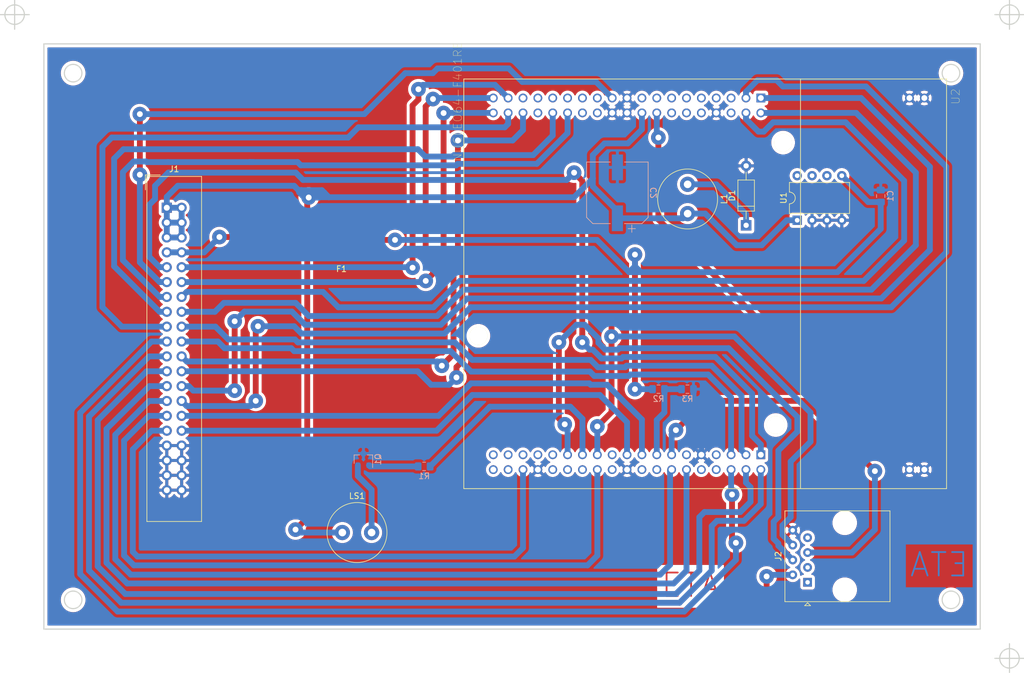
<source format=kicad_pcb>
(kicad_pcb (version 20171130) (host pcbnew 5.1.0)
  (title_block (title mcu-kort) (date 2019-04-24) (company ETA))
  (layers (0 F.Cu signal) (31 B.Cu signal) (34 B.Paste user) (35 F.Paste user) (36 B.SilkS user) (37 F.SilkS user) (38 B.Mask user) (39 F.Mask user) (44 Edge.Cuts user))
  (net 0 "")
  (net 1 /BAT+)
  (net 2 GND)
  (net 3 +5V)
  (net 4 "Net-(D1-Pad1)")
  (net 5 /RPWM_1)
  (net 6 /L_IS_3)
  (net 7 /LPWM_1)
  (net 8 /R_IS_3)
  (net 9 /R_EN_1)
  (net 10 /L_EN_3)
  (net 11 /L_EN_1)
  (net 12 /R_EN_3)
  (net 13 /R_IS_1)
  (net 14 /LPWM_3)
  (net 15 /L_IS_1)
  (net 16 /RPWM_3)
  (net 17 /RPWM_2)
  (net 18 /L_IS_4)
  (net 19 /LPWM_2)
  (net 20 /R_IS_4)
  (net 21 /R_EN_2)
  (net 22 /L_EN_4)
  (net 23 /L_EN_2)
  (net 24 /R_EN_4)
  (net 25 /R_IS_2)
  (net 26 /LPWM_4)
  (net 27 /L_IS_2)
  (net 28 /RPWM_4)
  (net 29 "Net-(LS1-Pad2)")
  (net 30 "Net-(Q1-Pad1)")
  (net 31 /Piezo)
  (net 32 /B_Vread)
  (net 33 /Device_detect)
  (net 34 /I2C3_SCL)
  (net 35 /I2C3_SDA)
  (net 36 +3V3)
  (net 37 +BATT)
  (module nucleo-f401re:MODULE_NUCLEO-F401RE.pretty (layer F.Cu) (at 173 71 270)
    (fp_text reference U2 (at -32.004 -42.799 270) (layer F.SilkS) (effects (font (size 1.4 1.4) (thickness 0.05))))
    (fp_text value NUCLEO64-F401RE (at -31.115 42.291 270) (layer F.SilkS) (effects (font (size 1.4 1.4) (thickness 0.05))))
    (pad 5 thru_hole circle (at -31.75 -4.43 270) (size 1.508 1.508) (drill 1) (layers *.Cu *.Mask))
    (pad 3 thru_hole circle (at -31.75 -6.97 270) (size 1.508 1.508) (drill 1) (layers *.Cu *.Mask) (net 24 /R_EN_4))
    (pad 6 thru_hole circle (at -29.21 -4.43 270) (size 1.508 1.508) (drill 1) (layers *.Cu *.Mask))
    (pad 4 thru_hole circle (at -29.21 -6.97 270) (size 1.508 1.508) (drill 1) (layers *.Cu *.Mask) (net 10 /L_EN_3))
    (pad 41 thru_hole circle (at 29.21 -6.97 270) (size 1.508 1.508) (drill 1) (layers *.Cu *.Mask) (net 14 /LPWM_3))
    (pad 42 thru_hole circle (at 31.75 -6.97 270) (size 1.508 1.508) (drill 1) (layers *.Cu *.Mask) (net 19 /LPWM_2))
    (pad 1 thru_hole rect (at -31.75 -9.51 270) (size 1.508 1.508) (drill 1) (layers *.Cu *.Mask) (net 22 /L_EN_4))
    (pad 2 thru_hole circle (at -29.21 -9.51 270) (size 1.508 1.508) (drill 1) (layers *.Cu *.Mask) (net 12 /R_EN_3))
    (pad 39 thru_hole rect (at 29.21 -9.51 270) (size 1.508 1.508) (drill 1) (layers *.Cu *.Mask) (net 5 /RPWM_1))
    (pad 40 thru_hole circle (at 31.75 -9.51 270) (size 1.508 1.508) (drill 1) (layers *.Cu *.Mask) (net 17 /RPWM_2))
    (pad Hole np_thru_hole circle (at 24.13 -12.05 270) (size 3.05 3.05) (drill 3.05) (layers *.Cu *.Mask F.SilkS))
    (pad "" np_thru_hole circle (at -24.13 -13.32 270) (size 3.05 3.05) (drill 3.05) (layers *.Cu *.Mask F.SilkS))
    (pad Hole np_thru_hole circle (at 8.89 38.75 270) (size 3.05 3.05) (drill 3.05) (layers *.Cu *.Mask F.SilkS))
    (pad 7 thru_hole circle (at -31.75 -1.89 270) (size 1.508 1.508) (drill 1) (layers *.Cu *.Mask))
    (pad 8 thru_hole circle (at -29.21 -1.89 270) (size 1.508 1.508) (drill 1) (layers *.Cu *.Mask) (net 2 GND))
    (pad 9 thru_hole circle (at -31.75 0.65 270) (size 1.508 1.508) (drill 1) (layers *.Cu *.Mask))
    (pad 10 thru_hole circle (at -29.21 0.65 270) (size 1.508 1.508) (drill 1) (layers *.Cu *.Mask))
    (pad 11 thru_hole circle (at -31.75 3.19 270) (size 1.508 1.508) (drill 1) (layers *.Cu *.Mask))
    (pad 12 thru_hole circle (at -29.21 3.19 270) (size 1.508 1.508) (drill 1) (layers *.Cu *.Mask))
    (pad 13 thru_hole circle (at -31.75 5.73 270) (size 1.508 1.508) (drill 1) (layers *.Cu *.Mask))
    (pad 14 thru_hole circle (at -29.21 5.73 270) (size 1.508 1.508) (drill 1) (layers *.Cu *.Mask))
    (pad 15 thru_hole circle (at -31.75 8.27 270) (size 1.508 1.508) (drill 1) (layers *.Cu *.Mask))
    (pad 16 thru_hole circle (at -29.21 8.27 270) (size 1.508 1.508) (drill 1) (layers *.Cu *.Mask) (net 36 +3V3))
    (pad 17 thru_hole circle (at -31.75 10.81 270) (size 1.508 1.508) (drill 1) (layers *.Cu *.Mask))
    (pad 18 thru_hole circle (at -29.21 10.81 270) (size 1.508 1.508) (drill 1) (layers *.Cu *.Mask) (net 3 +5V))
    (pad 19 thru_hole circle (at -31.75 13.35 270) (size 1.508 1.508) (drill 1) (layers *.Cu *.Mask) (net 2 GND))
    (pad 20 thru_hole circle (at -29.21 13.35 270) (size 1.508 1.508) (drill 1) (layers *.Cu *.Mask) (net 2 GND))
    (pad 21 thru_hole circle (at -31.75 15.89 270) (size 1.508 1.508) (drill 1) (layers *.Cu *.Mask) (net 7 /LPWM_1))
    (pad 22 thru_hole circle (at -29.21 15.89 270) (size 1.508 1.508) (drill 1) (layers *.Cu *.Mask) (net 2 GND))
    (pad 23 thru_hole circle (at -31.75 18.43 270) (size 1.508 1.508) (drill 1) (layers *.Cu *.Mask))
    (pad 24 thru_hole circle (at -29.21 18.43 270) (size 1.508 1.508) (drill 1) (layers *.Cu *.Mask))
    (pad 25 thru_hole circle (at -31.75 20.97 270) (size 1.508 1.508) (drill 1) (layers *.Cu *.Mask))
    (pad 26 thru_hole circle (at -29.21 20.97 270) (size 1.508 1.508) (drill 1) (layers *.Cu *.Mask))
    (pad 27 thru_hole circle (at -31.75 23.51 270) (size 1.508 1.508) (drill 1) (layers *.Cu *.Mask))
    (pad 28 thru_hole circle (at -29.21 23.51 270) (size 1.508 1.508) (drill 1) (layers *.Cu *.Mask) (net 9 /R_EN_1))
    (pad 29 thru_hole circle (at -31.75 26.05 270) (size 1.508 1.508) (drill 1) (layers *.Cu *.Mask))
    (pad 30 thru_hole circle (at -29.21 26.05 270) (size 1.508 1.508) (drill 1) (layers *.Cu *.Mask) (net 11 /L_EN_1))
    (pad 31 thru_hole circle (at -31.75 28.59 270) (size 1.508 1.508) (drill 1) (layers *.Cu *.Mask))
    (pad 32 thru_hole circle (at -29.21 28.59 270) (size 1.508 1.508) (drill 1) (layers *.Cu *.Mask))
    (pad 33 thru_hole circle (at -31.75 31.13 270) (size 1.508 1.508) (drill 1) (layers *.Cu *.Mask))
    (pad 34 thru_hole circle (at -29.21 31.13 270) (size 1.508 1.508) (drill 1) (layers *.Cu *.Mask) (net 20 /R_IS_4))
    (pad 35 thru_hole circle (at -31.75 33.67 270) (size 1.508 1.508) (drill 1) (layers *.Cu *.Mask) (net 6 /L_IS_3))
    (pad 36 thru_hole circle (at -29.21 33.67 270) (size 1.508 1.508) (drill 1) (layers *.Cu *.Mask) (net 13 /R_IS_1))
    (pad 37 thru_hole circle (at -31.75 36.21 270) (size 1.508 1.508) (drill 1) (layers *.Cu *.Mask) (net 8 /R_IS_3))
    (pad 38 thru_hole circle (at -29.21 36.21 270) (size 1.508 1.508) (drill 1) (layers *.Cu *.Mask) (net 18 /L_IS_4))
    (pad 43 thru_hole circle (at 29.21 -4.43 270) (size 1.508 1.508) (drill 1) (layers *.Cu *.Mask) (net 16 /RPWM_3))
    (pad 44 thru_hole circle (at 31.75 -4.43 270) (size 1.508 1.508) (drill 1) (layers *.Cu *.Mask) (net 15 /L_IS_1))
    (pad 45 thru_hole circle (at 29.21 -1.89 270) (size 1.508 1.508) (drill 1) (layers *.Cu *.Mask))
    (pad 46 thru_hole circle (at 31.75 -1.89 270) (size 1.508 1.508) (drill 1) (layers *.Cu *.Mask))
    (pad 47 thru_hole circle (at 29.21 0.65 270) (size 1.508 1.508) (drill 1) (layers *.Cu *.Mask) (net 2 GND))
    (pad 48 thru_hole circle (at 31.75 0.65 270) (size 1.508 1.508) (drill 1) (layers *.Cu *.Mask))
    (pad 49 thru_hole circle (at 29.21 3.19 270) (size 1.508 1.508) (drill 1) (layers *.Cu *.Mask))
    (pad 50 thru_hole circle (at 31.75 3.19 270) (size 1.508 1.508) (drill 1) (layers *.Cu *.Mask) (net 21 /R_EN_2))
    (pad 51 thru_hole circle (at 29.21 5.73 270) (size 1.508 1.508) (drill 1) (layers *.Cu *.Mask) (net 33 /Device_detect))
    (pad 52 thru_hole circle (at 31.75 5.73 270) (size 1.508 1.508) (drill 1) (layers *.Cu *.Mask) (net 23 /L_EN_2))
    (pad 53 thru_hole circle (at 29.21 8.27 270) (size 1.508 1.508) (drill 1) (layers *.Cu *.Mask) (net 32 /B_Vread))
    (pad 54 thru_hole circle (at 31.75 8.27 270) (size 1.508 1.508) (drill 1) (layers *.Cu *.Mask))
    (pad 55 thru_hole circle (at 29.21 10.81 270) (size 1.508 1.508) (drill 1) (layers *.Cu *.Mask) (net 26 /LPWM_4))
    (pad 56 thru_hole circle (at 31.75 10.81 270) (size 1.508 1.508) (drill 1) (layers *.Cu *.Mask))
    (pad 57 thru_hole circle (at 29.21 13.35 270) (size 1.508 1.508) (drill 1) (layers *.Cu *.Mask) (net 28 /RPWM_4))
    (pad 58 thru_hole circle (at 31.75 13.35 270) (size 1.508 1.508) (drill 1) (layers *.Cu *.Mask) (net 2 GND))
    (pad 59 thru_hole circle (at 29.21 15.89 270) (size 1.508 1.508) (drill 1) (layers *.Cu *.Mask))
    (pad 60 thru_hole circle (at 31.75 15.89 270) (size 1.508 1.508) (drill 1) (layers *.Cu *.Mask))
    (pad 61 thru_hole circle (at 29.21 18.43 270) (size 1.508 1.508) (drill 1) (layers *.Cu *.Mask) (net 34 /I2C3_SCL))
    (pad 62 thru_hole circle (at 31.75 18.43 270) (size 1.508 1.508) (drill 1) (layers *.Cu *.Mask) (net 25 /R_IS_2))
    (pad 63 thru_hole circle (at 29.21 20.97 270) (size 1.508 1.508) (drill 1) (layers *.Cu *.Mask) (net 31 /Piezo))
    (pad 64 thru_hole circle (at 31.75 20.97 270) (size 1.508 1.508) (drill 1) (layers *.Cu *.Mask))
    (pad 65 thru_hole circle (at 29.21 23.51 270) (size 1.508 1.508) (drill 1) (layers *.Cu *.Mask) (net 35 /I2C3_SDA))
    (pad 66 thru_hole circle (at 31.75 23.51 270) (size 1.508 1.508) (drill 1) (layers *.Cu *.Mask))
    (pad 67 thru_hole circle (at 29.21 26.05 270) (size 1.508 1.508) (drill 1) (layers *.Cu *.Mask))
    (pad 68 thru_hole circle (at 31.75 26.05 270) (size 1.508 1.508) (drill 1) (layers *.Cu *.Mask))
    (pad 69 thru_hole circle (at 29.21 28.59 270) (size 1.508 1.508) (drill 1) (layers *.Cu *.Mask))
    (pad 70 thru_hole circle (at 31.75 28.59 270) (size 1.508 1.508) (drill 1) (layers *.Cu *.Mask) (net 2 GND))
    (pad 71 thru_hole circle (at 29.21 31.13 270) (size 1.508 1.508) (drill 1) (layers *.Cu *.Mask))
    (pad 72 thru_hole circle (at 31.75 31.13 270) (size 1.508 1.508) (drill 1) (layers *.Cu *.Mask) (net 27 /L_IS_2))
    (pad 73 thru_hole circle (at 29.21 33.67 270) (size 1.508 1.508) (drill 1) (layers *.Cu *.Mask))
    (pad 74 thru_hole circle (at 31.75 33.67 270) (size 1.508 1.508) (drill 1) (layers *.Cu *.Mask))
    (pad 75 thru_hole circle (at 29.21 36.21 270) (size 1.508 1.508) (drill 1) (layers *.Cu *.Mask))
    (pad 76 thru_hole circle (at 31.75 36.21 270) (size 1.508 1.508) (drill 1) (layers *.Cu *.Mask))
    (pad 77 thru_hole circle (at -31.75 -37.45 270) (size 1.508 1.508) (drill 1) (layers *.Cu *.Mask) (net 2 GND))
    (pad 78 thru_hole circle (at -31.75 -34.91 270) (size 1.508 1.508) (drill 1) (layers *.Cu *.Mask) (net 2 GND))
    (pad 79 thru_hole circle (at 31.75 -37.45 270) (size 1.508 1.508) (drill 1) (layers *.Cu *.Mask) (net 2 GND))
    (pad 80 thru_hole circle (at 31.75 -34.91 270) (size 1.508 1.508) (drill 1) (layers *.Cu *.Mask) (net 2 GND))
  )
  (module Capacitor_SMD:CP_Elec_10x7.9 (layer B.Cu) (at 158 55.45 90)
    (fp_text reference C2 (at 0 6.2 90) (layer B.SilkS) (effects (justify mirror)))
    (fp_text value 220uF)
    (pad 1 smd rect (at -4.35 0 90) (size 4.4 1.9) (layers B.Cu B.Paste B.Mask) (net 3 +5V))
    (pad 2 smd rect (at 4.35 0 90) (size 4.4 1.9) (layers B.Cu B.Paste B.Mask) (net 2 GND))
  )
  (module mcu-kort-footprints:SMD_Fuse_holder (layer F.Cu) (at 104.5 62.75 180)
    (fp_text reference F1 (at -6.35 -5.715 180) (layer F.SilkS))
    (fp_text value 0.5A)
    (pad 2 smd rect (at 7.75 0 180) (size 6 6) (layers F.Cu F.Paste F.Mask) (net 1 /BAT+))
    (pad 1 smd rect (at -7.75 0 180) (size 6 6) (layers F.Cu F.Paste F.Mask) (net 37 +BATT))
  )
  (module Connector_IDC:IDC-Header_2x20_P2.54mm_Vertical (layer F.Cu) (at 81 58)
    (fp_text reference J1 (at 1.27 -6.604) (layer F.SilkS))
    (fp_text value "IDE PATA Connector")
    (pad 1 thru_hole rect (at 0 0) (size 1.7272 1.7272) (drill 1.016) (layers *.Cu *.Mask) (net 3 +5V))
    (pad 2 thru_hole oval (at 2.54 0) (size 1.7272 1.7272) (drill 1.016) (layers *.Cu *.Mask) (net 3 +5V))
    (pad 3 thru_hole oval (at 0 2.54) (size 1.7272 1.7272) (drill 1.016) (layers *.Cu *.Mask) (net 3 +5V))
    (pad 4 thru_hole oval (at 2.54 2.54) (size 1.7272 1.7272) (drill 1.016) (layers *.Cu *.Mask) (net 3 +5V))
    (pad 5 thru_hole oval (at 0 5.08) (size 1.7272 1.7272) (drill 1.016) (layers *.Cu *.Mask) (net 3 +5V))
    (pad 6 thru_hole oval (at 2.54 5.08) (size 1.7272 1.7272) (drill 1.016) (layers *.Cu *.Mask) (net 3 +5V))
    (pad 7 thru_hole oval (at 0 7.62) (size 1.7272 1.7272) (drill 1.016) (layers *.Cu *.Mask) (net 1 /BAT+))
    (pad 8 thru_hole oval (at 2.54 7.62) (size 1.7272 1.7272) (drill 1.016) (layers *.Cu *.Mask) (net 1 /BAT+))
    (pad 9 thru_hole oval (at 0 10.16) (size 1.7272 1.7272) (drill 1.016) (layers *.Cu *.Mask) (net 5 /RPWM_1))
    (pad 10 thru_hole oval (at 2.54 10.16) (size 1.7272 1.7272) (drill 1.016) (layers *.Cu *.Mask) (net 6 /L_IS_3))
    (pad 11 thru_hole oval (at 0 12.7) (size 1.7272 1.7272) (drill 1.016) (layers *.Cu *.Mask) (net 7 /LPWM_1))
    (pad 12 thru_hole oval (at 2.54 12.7) (size 1.7272 1.7272) (drill 1.016) (layers *.Cu *.Mask) (net 8 /R_IS_3))
    (pad 13 thru_hole oval (at 0 15.24) (size 1.7272 1.7272) (drill 1.016) (layers *.Cu *.Mask) (net 9 /R_EN_1))
    (pad 14 thru_hole oval (at 2.54 15.24) (size 1.7272 1.7272) (drill 1.016) (layers *.Cu *.Mask) (net 10 /L_EN_3))
    (pad 15 thru_hole oval (at 0 17.78) (size 1.7272 1.7272) (drill 1.016) (layers *.Cu *.Mask) (net 11 /L_EN_1))
    (pad 16 thru_hole oval (at 2.54 17.78) (size 1.7272 1.7272) (drill 1.016) (layers *.Cu *.Mask) (net 12 /R_EN_3))
    (pad 17 thru_hole oval (at 0 20.32) (size 1.7272 1.7272) (drill 1.016) (layers *.Cu *.Mask) (net 13 /R_IS_1))
    (pad 18 thru_hole oval (at 2.54 20.32) (size 1.7272 1.7272) (drill 1.016) (layers *.Cu *.Mask) (net 14 /LPWM_3))
    (pad 19 thru_hole oval (at 0 22.86) (size 1.7272 1.7272) (drill 1.016) (layers *.Cu *.Mask) (net 15 /L_IS_1))
    (pad 20 thru_hole oval (at 2.54 22.86) (size 1.7272 1.7272) (drill 1.016) (layers *.Cu *.Mask) (net 16 /RPWM_3))
    (pad 21 thru_hole oval (at 0 25.4) (size 1.7272 1.7272) (drill 1.016) (layers *.Cu *.Mask) (net 17 /RPWM_2))
    (pad 22 thru_hole oval (at 2.54 25.4) (size 1.7272 1.7272) (drill 1.016) (layers *.Cu *.Mask) (net 18 /L_IS_4))
    (pad 23 thru_hole oval (at 0 27.94) (size 1.7272 1.7272) (drill 1.016) (layers *.Cu *.Mask) (net 19 /LPWM_2))
    (pad 24 thru_hole oval (at 2.54 27.94) (size 1.7272 1.7272) (drill 1.016) (layers *.Cu *.Mask) (net 20 /R_IS_4))
    (pad 25 thru_hole oval (at 0 30.48) (size 1.7272 1.7272) (drill 1.016) (layers *.Cu *.Mask) (net 21 /R_EN_2))
    (pad 26 thru_hole oval (at 2.54 30.48) (size 1.7272 1.7272) (drill 1.016) (layers *.Cu *.Mask) (net 22 /L_EN_4))
    (pad 27 thru_hole oval (at 0 33.02) (size 1.7272 1.7272) (drill 1.016) (layers *.Cu *.Mask) (net 23 /L_EN_2))
    (pad 28 thru_hole oval (at 2.54 33.02) (size 1.7272 1.7272) (drill 1.016) (layers *.Cu *.Mask) (net 24 /R_EN_4))
    (pad 29 thru_hole oval (at 0 35.56) (size 1.7272 1.7272) (drill 1.016) (layers *.Cu *.Mask) (net 25 /R_IS_2))
    (pad 30 thru_hole oval (at 2.54 35.56) (size 1.7272 1.7272) (drill 1.016) (layers *.Cu *.Mask) (net 26 /LPWM_4))
    (pad 31 thru_hole oval (at 0 38.1) (size 1.7272 1.7272) (drill 1.016) (layers *.Cu *.Mask) (net 27 /L_IS_2))
    (pad 32 thru_hole oval (at 2.54 38.1) (size 1.7272 1.7272) (drill 1.016) (layers *.Cu *.Mask) (net 28 /RPWM_4))
    (pad 33 thru_hole oval (at 0 40.64) (size 1.7272 1.7272) (drill 1.016) (layers *.Cu *.Mask) (net 2 GND))
    (pad 34 thru_hole oval (at 2.54 40.64) (size 1.7272 1.7272) (drill 1.016) (layers *.Cu *.Mask) (net 2 GND))
    (pad 35 thru_hole oval (at 0 43.18) (size 1.7272 1.7272) (drill 1.016) (layers *.Cu *.Mask) (net 2 GND))
    (pad 36 thru_hole oval (at 2.54 43.18) (size 1.7272 1.7272) (drill 1.016) (layers *.Cu *.Mask) (net 2 GND))
    (pad 37 thru_hole oval (at 0 45.72) (size 1.7272 1.7272) (drill 1.016) (layers *.Cu *.Mask) (net 2 GND))
    (pad 38 thru_hole oval (at 2.54 45.72) (size 1.7272 1.7272) (drill 1.016) (layers *.Cu *.Mask) (net 2 GND))
    (pad 39 thru_hole oval (at 0 48.26) (size 1.7272 1.7272) (drill 1.016) (layers *.Cu *.Mask) (net 2 GND))
    (pad 40 thru_hole oval (at 2.54 48.26) (size 1.7272 1.7272) (drill 1.016) (layers *.Cu *.Mask) (net 2 GND))
  )
  (module Capacitor_SMD:C_0805_2012Metric_Pad1.15x1.40mm_HandSolder (layer B.Cu) (at 203 56 90)
    (fp_text reference C1 (at 0 1.65 90) (layer B.SilkS) (effects (justify mirror)))
    (fp_text value 22uF)
    (pad 1 smd roundrect (at -1.025 0 90) (size 1.15 1.4) (layers B.Cu B.Paste B.Mask) (roundrect_rratio 0.217391) (net 37 +BATT))
    (pad 2 smd roundrect (at 1.025 0 90) (size 1.15 1.4) (layers B.Cu B.Paste B.Mask) (roundrect_rratio 0.217391) (net 2 GND))
  )
  (module Connector_RJ:RJ45_Amphenol_54602-x08_Horizontal (layer F.Cu) (at 190.5 122 90)
    (fp_text reference J2 (at 4.445 -5 90) (layer F.SilkS))
    (fp_text value RJ45)
    (pad "" np_thru_hole circle (at 10.16 6.35 90) (size 3.2 3.2) (drill 3.2) (layers *.Cu *.Mask))
    (pad "" np_thru_hole circle (at -1.27 6.35 90) (size 3.2 3.2) (drill 3.2) (layers *.Cu *.Mask))
    (pad 1 thru_hole rect (at 0 0 90) (size 1.5 1.5) (drill 0.76) (layers *.Cu *.Mask))
    (pad 2 thru_hole circle (at 1.27 -2.54 90) (size 1.5 1.5) (drill 0.76) (layers *.Cu *.Mask) (net 36 +3V3))
    (pad 3 thru_hole circle (at 2.54 0 90) (size 1.5 1.5) (drill 0.76) (layers *.Cu *.Mask))
    (pad 4 thru_hole circle (at 3.81 -2.54 90) (size 1.5 1.5) (drill 0.76) (layers *.Cu *.Mask) (net 35 /I2C3_SDA))
    (pad 5 thru_hole circle (at 5.08 0 90) (size 1.5 1.5) (drill 0.76) (layers *.Cu *.Mask) (net 33 /Device_detect))
    (pad 6 thru_hole circle (at 6.35 -2.54 90) (size 1.5 1.5) (drill 0.76) (layers *.Cu *.Mask) (net 34 /I2C3_SCL))
    (pad 7 thru_hole circle (at 7.62 0 90) (size 1.5 1.5) (drill 0.76) (layers *.Cu *.Mask))
    (pad 8 thru_hole circle (at 8.89 -2.54 90) (size 1.5 1.5) (drill 0.76) (layers *.Cu *.Mask) (net 2 GND))
  )
  (module Inductor_THT:L_Radial_D10.0mm_P5.00mm_Fastron_07M (layer F.Cu) (at 170 54 270)
    (fp_text reference L1 (at 2.5 -6.25 270) (layer F.SilkS))
    (fp_text value 330uH)
    (pad 2 thru_hole circle (at 5 0 270) (size 2.6 2.6) (drill 1.3) (layers *.Cu *.Mask) (net 3 +5V))
    (pad 1 thru_hole circle (at 0 0 270) (size 2.6 2.6) (drill 1.3) (layers *.Cu *.Mask) (net 4 "Net-(D1-Pad1)"))
  )
  (module Inductor_THT:L_Radial_D10.0mm_P5.00mm_Fastron_07M (layer F.Cu) (at 111 113.5)
    (fp_text reference LS1 (at 2.5 -6.25) (layer F.SilkS))
    (fp_text value Piezo)
    (pad 1 thru_hole circle (at 0 0) (size 2.6 2.6) (drill 1.3) (layers *.Cu *.Mask) (net 3 +5V))
    (pad 2 thru_hole circle (at 5 0) (size 2.6 2.6) (drill 1.3) (layers *.Cu *.Mask) (net 29 "Net-(LS1-Pad2)"))
  )
  (module Resistor_SMD:R_0805_2012Metric_Pad1.15x1.40mm_HandSolder (layer B.Cu) (at 124.975 102.2)
    (fp_text reference R1 (at 0 1.65) (layer B.SilkS) (effects (justify mirror)))
    (fp_text value 1k)
    (pad 1 smd roundrect (at -1.025 0) (size 1.15 1.4) (layers B.Cu B.Paste B.Mask) (roundrect_rratio 0.217391) (net 30 "Net-(Q1-Pad1)"))
    (pad 2 smd roundrect (at 1.025 0) (size 1.15 1.4) (layers B.Cu B.Paste B.Mask) (roundrect_rratio 0.217391) (net 31 /Piezo))
  )
  (module Resistor_SMD:R_0805_2012Metric_Pad1.15x1.40mm_HandSolder (layer B.Cu) (at 165.025 89)
    (fp_text reference R2 (at 0 1.65) (layer B.SilkS) (effects (justify mirror)))
    (fp_text value 56k)
    (pad 1 smd roundrect (at -1.025 0) (size 1.15 1.4) (layers B.Cu B.Paste B.Mask) (roundrect_rratio 0.217391) (net 37 +BATT))
    (pad 2 smd roundrect (at 1.025 0) (size 1.15 1.4) (layers B.Cu B.Paste B.Mask) (roundrect_rratio 0.217391) (net 32 /B_Vread))
  )
  (module Resistor_SMD:R_0805_2012Metric_Pad1.15x1.40mm_HandSolder (layer B.Cu) (at 169.975 89)
    (fp_text reference R3 (at 0 1.65) (layer B.SilkS) (effects (justify mirror)))
    (fp_text value 8.2k)
    (pad 2 smd roundrect (at 1.025 0) (size 1.15 1.4) (layers B.Cu B.Paste B.Mask) (roundrect_rratio 0.217391) (net 2 GND))
    (pad 1 smd roundrect (at -1.025 0) (size 1.15 1.4) (layers B.Cu B.Paste B.Mask) (roundrect_rratio 0.217391) (net 32 /B_Vread))
  )
  (module Package_TO_SOT_SMD:SOT-23 (layer B.Cu) (at 114.6 101 90)
    (fp_text reference Q1 (at 0 2.5 90) (layer B.SilkS) (effects (justify mirror)))
    (fp_text value Godtycklig)
    (pad 1 smd rect (at -1 0.95 90) (size 0.9 0.8) (layers B.Cu B.Paste B.Mask) (net 30 "Net-(Q1-Pad1)"))
    (pad 2 smd rect (at -1 -0.95 90) (size 0.9 0.8) (layers B.Cu B.Paste B.Mask) (net 29 "Net-(LS1-Pad2)"))
    (pad 3 smd rect (at 1 0 90) (size 0.9 0.8) (layers B.Cu B.Paste B.Mask) (net 2 GND))
  )
  (module Package_DIP:DIP-8_W7.62mm (layer F.Cu) (at 188.724461 60.137738 90)
    (fp_text reference U1 (at 3.81 -2.33 90) (layer F.SilkS))
    (fp_text value LM2574HVN-5)
    (pad 1 thru_hole rect (at 0 0 90) (size 1.6 1.6) (drill 0.8) (layers *.Cu *.Mask) (net 3 +5V))
    (pad 5 thru_hole oval (at 7.62 7.62 90) (size 1.6 1.6) (drill 0.8) (layers *.Cu *.Mask) (net 37 +BATT))
    (pad 2 thru_hole oval (at 0 2.54 90) (size 1.6 1.6) (drill 0.8) (layers *.Cu *.Mask) (net 2 GND))
    (pad 6 thru_hole oval (at 7.62 5.08 90) (size 1.6 1.6) (drill 0.8) (layers *.Cu *.Mask))
    (pad 3 thru_hole oval (at 0 5.08 90) (size 1.6 1.6) (drill 0.8) (layers *.Cu *.Mask) (net 2 GND))
    (pad 7 thru_hole oval (at 7.62 2.54 90) (size 1.6 1.6) (drill 0.8) (layers *.Cu *.Mask))
    (pad 4 thru_hole oval (at 0 7.62 90) (size 1.6 1.6) (drill 0.8) (layers *.Cu *.Mask) (net 2 GND))
    (pad 8 thru_hole oval (at 7.62 0 90) (size 1.6 1.6) (drill 0.8) (layers *.Cu *.Mask))
  )
  (module Diodes_THT:D_A-405_P10.16mm_Horizontal (layer F.Cu) (at 180 61 90)
    (fp_text reference D1 (at 5.08 -2.41 90) (layer F.SilkS))
    (fp_text value 11DQ06)
    (pad 2 thru_hole oval (at 10.16 0 90) (size 1.8 1.8) (drill 0.9) (layers *.Cu *.Mask) (net 2 GND))
    (pad 1 thru_hole rect (at 0 0 90) (size 1.8 1.8) (drill 0.9) (layers *.Cu *.Mask) (net 4 "Net-(D1-Pad1)"))
  )
  (target plus (at 225 135) (size 5) (width 0.2) (layer Edge.Cuts))
  (target plus (at 225 25) (size 5) (width 0.2) (layer Edge.Cuts))
  (target plus (at 55 25) (size 5) (width 0.2) (layer Edge.Cuts))
  (gr_text ETA (at 170.5 122.5) (layer F.Cu) (effects (font (size 4 4) (thickness 0.3))))
  (gr_text ETA (at 213 119) (layer B.Cu) (effects (font (size 4 4) (thickness 0.3)) (justify mirror)))
  (gr_circle (center 215 35) (end 216.5 35) (layer Edge.Cuts) (width 0.2))
  (gr_circle (center 215 125) (end 215 126.5) (layer Edge.Cuts) (width 0.2))
  (gr_circle (center 65 125) (end 65 126.5) (layer Edge.Cuts) (width 0.2))
  (gr_circle (center 65 35) (end 65 36.5) (layer Edge.Cuts) (width 0.2))
  (gr_line (start 220 130) (end 220 30) (layer Edge.Cuts) (width 0.2))
  (gr_line (start 60 130) (end 220 130) (layer Edge.Cuts) (width 0.2))
  (gr_line (start 60 30) (end 60 130) (layer Edge.Cuts) (width 0.2))
  (gr_line (start 220 30) (end 60 30) (layer Edge.Cuts) (width 0.2))
  (segment (start 81 65.62) (end 83.54 65.62) (width 1) (layer B.Cu) (net 1))
  (segment (start 87.38 65.62) (end 88.750001 64.249999) (width 1) (layer B.Cu) (net 1))
  (segment (start 93.5 63) (end 91.767766 63) (width 1) (layer F.Cu) (net 1))
  (via (at 90 63) (size 2.5) (drill 1) (layers F.Cu B.Cu) (net 1))
  (segment (start 91.767766 63) (end 90 63) (width 1) (layer F.Cu) (net 1))
  (segment (start 83.54 65.62) (end 87.38 65.62) (width 1) (layer B.Cu) (net 1))
  (segment (start 88.750001 64.249999) (end 90 63) (width 1) (layer B.Cu) (net 1))
  (segment (start 94 63.5) (end 93.5 63) (width 1) (layer F.Cu) (net 1))
  (segment (start 172.35 97.35) (end 172.35 100.21) (width 1) (layer B.Cu) (net 2))
  (segment (start 171 89) (end 171 96) (width 1) (layer B.Cu) (net 2))
  (segment (start 171 96) (end 172.35 97.35) (width 1) (layer B.Cu) (net 2))
  (segment (start 81 63.08) (end 83.54 63.08) (width 1) (layer B.Cu) (net 3))
  (segment (start 83.54 60.54) (end 83.54 63.08) (width 1) (layer B.Cu) (net 3))
  (segment (start 81 60.54) (end 81 63.08) (width 1) (layer B.Cu) (net 3))
  (segment (start 81 58) (end 81 60.54) (width 1) (layer B.Cu) (net 3))
  (segment (start 83.54 58) (end 83.54 60.54) (width 1) (layer B.Cu) (net 3))
  (segment (start 83.54 60.54) (end 81 60.54) (width 1) (layer B.Cu) (net 3))
  (segment (start 81 58) (end 83.54 58) (width 1) (layer B.Cu) (net 3))
  (segment (start 159.8 47) (end 162.19 44.61) (width 1) (layer B.Cu) (net 3))
  (segment (start 155.8 47) (end 159.8 47) (width 1) (layer B.Cu) (net 3))
  (segment (start 162.19 44.61) (end 162.19 41.79) (width 1) (layer B.Cu) (net 3))
  (segment (start 153.8 53) (end 153.8 49) (width 1) (layer B.Cu) (net 3))
  (segment (start 153.8 49) (end 155.8 47) (width 1) (layer B.Cu) (net 3))
  (segment (start 169.2 59.8) (end 170 59) (width 1) (layer B.Cu) (net 3))
  (segment (start 158 59.8) (end 169.2 59.8) (width 1) (layer B.Cu) (net 3))
  (via (at 103 112.999996) (size 2.5) (drill 1) (layers F.Cu B.Cu) (net 3))
  (segment (start 103.500004 113.5) (end 103 112.999996) (width 1) (layer B.Cu) (net 3))
  (segment (start 111 113.5) (end 103.500004 113.5) (width 1) (layer B.Cu) (net 3))
  (segment (start 158 58.55) (end 158 59.8) (width 1) (layer B.Cu) (net 3))
  (segment (start 153.8 54.35) (end 158 58.55) (width 1) (layer B.Cu) (net 3))
  (segment (start 153.8 53) (end 153.8 54.35) (width 1) (layer B.Cu) (net 3))
  (segment (start 186.924461 60.137738) (end 188.724461 60.137738) (width 1) (layer B.Cu) (net 3))
  (segment (start 178.4 64.4) (end 182.662199 64.4) (width 1) (layer B.Cu) (net 3))
  (segment (start 182.662199 64.4) (end 186.924461 60.137738) (width 1) (layer B.Cu) (net 3))
  (segment (start 170 59) (end 173 59) (width 1) (layer B.Cu) (net 3))
  (segment (start 173 59) (end 178.4 64.4) (width 1) (layer B.Cu) (net 3))
  (via (at 105.25 56.25) (size 2.5) (drill 1) (layers F.Cu B.Cu) (net 3))
  (segment (start 105 56.5) (end 105.25 56.25) (width 1) (layer F.Cu) (net 3))
  (segment (start 103 112.999996) (end 105 110.999996) (width 1) (layer F.Cu) (net 3))
  (segment (start 105 110.999996) (end 105 56.5) (width 1) (layer F.Cu) (net 3))
  (segment (start 102.75 54.25) (end 103 54.5) (width 1) (layer B.Cu) (net 3))
  (segment (start 81 58) (end 81 56.1364) (width 1) (layer B.Cu) (net 3))
  (segment (start 81 56.1364) (end 82.8864 54.25) (width 1) (layer B.Cu) (net 3))
  (segment (start 150.6 56.2) (end 153.8 53) (width 1) (layer B.Cu) (net 3))
  (segment (start 108.7 56.2) (end 150.6 56.2) (width 1) (layer B.Cu) (net 3))
  (segment (start 103.5 55) (end 102.75 54.25) (width 1) (layer B.Cu) (net 3))
  (segment (start 107.5 55) (end 103.5 55) (width 1) (layer B.Cu) (net 3))
  (segment (start 107.5 55) (end 107.875 55.375) (width 1) (layer B.Cu) (net 3))
  (segment (start 107.875 55.375) (end 108.7 56.2) (width 1) (layer B.Cu) (net 3))
  (segment (start 107.508883 55.758883) (end 107.258883 55.758883) (width 1) (layer B.Cu) (net 3))
  (segment (start 107.875 55.392766) (end 107.508883 55.758883) (width 1) (layer B.Cu) (net 3))
  (segment (start 107.875 55.375) (end 107.875 55.392766) (width 1) (layer B.Cu) (net 3))
  (segment (start 107.067766 56.2) (end 108.7 56.2) (width 1) (layer B.Cu) (net 3))
  (segment (start 107.017766 56.25) (end 107.067766 56.2) (width 1) (layer B.Cu) (net 3))
  (segment (start 104.000001 55.000001) (end 105.25 56.25) (width 1) (layer B.Cu) (net 3))
  (segment (start 103.5 55) (end 104.000001 55.000001) (width 1) (layer B.Cu) (net 3))
  (segment (start 107.258883 56.008883) (end 107.258883 55.758883) (width 1) (layer B.Cu) (net 3))
  (segment (start 107.017766 56.25) (end 107.258883 56.008883) (width 1) (layer B.Cu) (net 3))
  (segment (start 105.25 56.25) (end 107.017766 56.25) (width 1) (layer B.Cu) (net 3))
  (segment (start 105.25 56.25) (end 106 56.25) (width 1) (layer B.Cu) (net 3))
  (segment (start 106 56.25) (end 106.874999 55.375001) (width 1) (layer B.Cu) (net 3))
  (segment (start 107.258883 55.758883) (end 106.874999 55.375001) (width 1) (layer B.Cu) (net 3))
  (segment (start 104.5 56.25) (end 103.625001 55.375001) (width 1) (layer B.Cu) (net 3))
  (segment (start 105.25 56.25) (end 104.5 56.25) (width 1) (layer B.Cu) (net 3))
  (segment (start 103.625001 55.375001) (end 104.000001 55.000001) (width 1) (layer B.Cu) (net 3))
  (segment (start 82.8864 54.25) (end 102.25 54.25) (width 1) (layer B.Cu) (net 3))
  (segment (start 102.25 54.25) (end 102.75 54.25) (width 1) (layer B.Cu) (net 3))
  (segment (start 180 59.1) (end 180 61) (width 1) (layer B.Cu) (net 4))
  (segment (start 174.9 54) (end 180 59.1) (width 1) (layer B.Cu) (net 4))
  (segment (start 170 54) (end 174.9 54) (width 1) (layer B.Cu) (net 4))
  (via (at 150.6 52) (size 2.5) (drill 1) (layers F.Cu B.Cu) (net 5))
  (via (at 152 80.99999) (size 2.5) (drill 1) (layers F.Cu B.Cu) (net 5))
  (segment (start 152 79.585777) (end 152 80.99999) (width 1) (layer F.Cu) (net 5))
  (segment (start 150.6 52) (end 152 53.4) (width 1) (layer F.Cu) (net 5))
  (segment (start 152 53.4) (end 152 79.585777) (width 1) (layer F.Cu) (net 5))
  (segment (start 149.350001 53.249999) (end 150.6 52) (width 1) (layer B.Cu) (net 5))
  (segment (start 149.34998 53.25002) (end 149.350001 53.249999) (width 1) (layer B.Cu) (net 5))
  (segment (start 104.286016 53.25002) (end 149.34998 53.25002) (width 1) (layer B.Cu) (net 5))
  (segment (start 81.25 52) (end 103.035996 52) (width 1) (layer B.Cu) (net 5))
  (segment (start 79.778686 68.16) (end 78 66.381314) (width 1) (layer B.Cu) (net 5))
  (segment (start 81 68.16) (end 79.778686 68.16) (width 1) (layer B.Cu) (net 5))
  (segment (start 103.035996 52) (end 104.286016 53.25002) (width 1) (layer B.Cu) (net 5))
  (segment (start 78 66.381314) (end 78 57.5) (width 1) (layer B.Cu) (net 5))
  (segment (start 78 57.5) (end 79 56.5) (width 1) (layer B.Cu) (net 5))
  (segment (start 79 54.25) (end 81.25 52) (width 1) (layer B.Cu) (net 5))
  (segment (start 79 56.5) (end 79 54.25) (width 1) (layer B.Cu) (net 5))
  (segment (start 155.298674 83.750013) (end 153.79865 82.249989) (width 1) (layer B.Cu) (net 5))
  (segment (start 153.79865 82.249989) (end 153.249999 82.249989) (width 1) (layer B.Cu) (net 5))
  (segment (start 182.51 100.21) (end 182.51 98.456) (width 1) (layer B.Cu) (net 5))
  (segment (start 174.742683 83.500013) (end 158.951326 83.500013) (width 1) (layer B.Cu) (net 5))
  (segment (start 158.701326 83.750013) (end 155.298674 83.750013) (width 1) (layer B.Cu) (net 5))
  (segment (start 158.951326 83.500013) (end 158.701326 83.750013) (width 1) (layer B.Cu) (net 5))
  (segment (start 181.024988 96.970988) (end 181.024988 89.782318) (width 1) (layer B.Cu) (net 5))
  (segment (start 181.024988 89.782318) (end 174.742683 83.500013) (width 1) (layer B.Cu) (net 5))
  (segment (start 182.51 98.456) (end 181.024988 96.970988) (width 1) (layer B.Cu) (net 5))
  (segment (start 153.249999 82.249989) (end 152 80.99999) (width 1) (layer B.Cu) (net 5))
  (via (at 124 37.75001) (size 2.5) (drill 1) (layers F.Cu B.Cu) (net 6))
  (segment (start 139.33 39.25) (end 137.080011 37.000011) (width 1) (layer B.Cu) (net 6))
  (segment (start 137.080011 37.000011) (end 124.749999 37.000011) (width 1) (layer B.Cu) (net 6))
  (segment (start 124.749999 37.000011) (end 124 37.75001) (width 1) (layer B.Cu) (net 6))
  (via (at 123 68.25) (size 2.5) (drill 1) (layers F.Cu B.Cu) (net 6))
  (segment (start 124 39.517776) (end 123 40.517776) (width 1) (layer F.Cu) (net 6))
  (segment (start 123 40.517776) (end 123 66.482234) (width 1) (layer F.Cu) (net 6))
  (segment (start 122.91 68.16) (end 123 68.25) (width 1) (layer B.Cu) (net 6))
  (segment (start 124 37.75001) (end 124 39.517776) (width 1) (layer F.Cu) (net 6))
  (segment (start 123 66.482234) (end 123 68.25) (width 1) (layer F.Cu) (net 6))
  (segment (start 83.54 68.16) (end 122.91 68.16) (width 1) (layer B.Cu) (net 6))
  (via (at 76.4 42) (size 2.5) (drill 1) (layers F.Cu B.Cu) (net 7))
  (via (at 76.4 52.35) (size 2.5) (drill 1) (layers F.Cu B.Cu) (net 7))
  (segment (start 76.4 42) (end 76.4 52.35) (width 1) (layer F.Cu) (net 7))
  (segment (start 76.4 54.117766) (end 76.4 52.35) (width 1) (layer B.Cu) (net 7))
  (segment (start 81 70.7) (end 79.778686 70.7) (width 1) (layer B.Cu) (net 7))
  (segment (start 79.778686 70.7) (end 76.4 67.321314) (width 1) (layer B.Cu) (net 7))
  (segment (start 76.4 67.321314) (end 76.4 54.117766) (width 1) (layer B.Cu) (net 7))
  (segment (start 156.356001 38.496001) (end 157.11 39.25) (width 1) (layer B.Cu) (net 7))
  (segment (start 154.36 36.5) (end 156.356001 38.496001) (width 1) (layer B.Cu) (net 7))
  (segment (start 141.75 36.5) (end 154.36 36.5) (width 1) (layer B.Cu) (net 7))
  (segment (start 114.75 42) (end 121.75 35) (width 1) (layer B.Cu) (net 7))
  (segment (start 76.4 42) (end 114.75 42) (width 1) (layer B.Cu) (net 7))
  (segment (start 121.75 35) (end 126.458668 35) (width 1) (layer B.Cu) (net 7))
  (segment (start 126.458668 35) (end 127.269335 34.189333) (width 1) (layer B.Cu) (net 7))
  (segment (start 127.269335 34.189333) (end 139.439333 34.189333) (width 1) (layer B.Cu) (net 7))
  (segment (start 139.439333 34.189333) (end 141.75 36.5) (width 1) (layer B.Cu) (net 7))
  (segment (start 126.663427 39.25) (end 126.489782 39.423645) (width 1) (layer B.Cu) (net 8))
  (via (at 126.489782 39.423645) (size 2.5) (drill 1) (layers F.Cu B.Cu) (net 8))
  (segment (start 136.79 39.25) (end 126.663427 39.25) (width 1) (layer B.Cu) (net 8))
  (segment (start 83.54 70.7) (end 125.049999 70.7) (width 1) (layer B.Cu) (net 8))
  (via (at 125.249999 70.5) (size 2.5) (drill 1) (layers F.Cu B.Cu) (net 8))
  (segment (start 125.049999 70.7) (end 125.249999 70.5) (width 1) (layer B.Cu) (net 8))
  (segment (start 126.499998 68.419996) (end 126.499998 69.250001) (width 1) (layer F.Cu) (net 8))
  (segment (start 125.239783 67.159781) (end 126.499998 68.419996) (width 1) (layer F.Cu) (net 8))
  (segment (start 126.499998 69.250001) (end 125.249999 70.5) (width 1) (layer F.Cu) (net 8))
  (segment (start 125.239783 40.673644) (end 125.239783 67.159781) (width 1) (layer F.Cu) (net 8))
  (segment (start 126.489782 39.423645) (end 125.239783 40.673644) (width 1) (layer F.Cu) (net 8))
  (segment (start 95.2 50.2) (end 95.8 50.2) (width 1) (layer B.Cu) (net 9))
  (segment (start 73.500011 66.961325) (end 73.500011 51.919987) (width 1) (layer B.Cu) (net 9))
  (segment (start 77.480001 50.099999) (end 77.580002 50.2) (width 1) (layer B.Cu) (net 9))
  (segment (start 77.580002 50.2) (end 81.2 50.2) (width 1) (layer B.Cu) (net 9))
  (segment (start 73.500011 51.919987) (end 75.319999 50.099999) (width 1) (layer B.Cu) (net 9))
  (segment (start 81.2 50.2) (end 95.2 50.2) (width 1) (layer B.Cu) (net 9))
  (segment (start 75.319999 50.099999) (end 77.480001 50.099999) (width 1) (layer B.Cu) (net 9))
  (segment (start 79.778686 73.24) (end 73.500011 66.961325) (width 1) (layer B.Cu) (net 9))
  (segment (start 81 73.24) (end 79.778686 73.24) (width 1) (layer B.Cu) (net 9))
  (segment (start 144.221324 50.500011) (end 130.701328 50.500011) (width 1) (layer B.Cu) (net 9))
  (segment (start 149.49 41.79) (end 149.49 45.231335) (width 1) (layer B.Cu) (net 9))
  (segment (start 130.451326 50.750013) (end 103.907344 50.750013) (width 1) (layer B.Cu) (net 9))
  (segment (start 103.357331 50.2) (end 95.2 50.2) (width 1) (layer B.Cu) (net 9))
  (segment (start 149.49 45.231335) (end 144.221324 50.500011) (width 1) (layer B.Cu) (net 9))
  (segment (start 103.907344 50.750013) (end 103.357331 50.2) (width 1) (layer B.Cu) (net 9))
  (segment (start 130.701328 50.500011) (end 130.451326 50.750013) (width 1) (layer B.Cu) (net 9))
  (segment (start 126.580063 74.999941) (end 131.079993 70.500011) (width 1) (layer B.Cu) (net 10))
  (segment (start 207 53.4) (end 197 43.4) (width 1) (layer B.Cu) (net 10))
  (segment (start 107.689838 72.376401) (end 110.313378 74.999941) (width 1) (layer B.Cu) (net 10))
  (segment (start 131.079993 70.500011) (end 200.099989 70.500011) (width 1) (layer B.Cu) (net 10))
  (segment (start 83.54 73.24) (end 84.403599 72.376401) (width 1) (layer B.Cu) (net 10))
  (segment (start 200.099989 70.500011) (end 207 63.6) (width 1) (layer B.Cu) (net 10))
  (segment (start 197 43.4) (end 184.6 43.4) (width 1) (layer B.Cu) (net 10))
  (segment (start 179.97 42.856317) (end 179.97 41.79) (width 1) (layer B.Cu) (net 10))
  (segment (start 110.313378 74.999941) (end 126.580063 74.999941) (width 1) (layer B.Cu) (net 10))
  (segment (start 183 45) (end 182.113683 45) (width 1) (layer B.Cu) (net 10))
  (segment (start 207 63.6) (end 207 53.4) (width 1) (layer B.Cu) (net 10))
  (segment (start 182.113683 45) (end 179.97 42.856317) (width 1) (layer B.Cu) (net 10))
  (segment (start 184.6 43.4) (end 183 45) (width 1) (layer B.Cu) (net 10))
  (segment (start 84.403599 72.376401) (end 107.689838 72.376401) (width 1) (layer B.Cu) (net 10))
  (segment (start 73.6 48) (end 123.919996 48) (width 1) (layer B.Cu) (net 11))
  (segment (start 72 49.6) (end 73.6 48) (width 1) (layer B.Cu) (net 11))
  (segment (start 130.080004 49) (end 143.6 49) (width 1) (layer B.Cu) (net 11))
  (segment (start 125.169998 49.250002) (end 129.830002 49.250002) (width 1) (layer B.Cu) (net 11))
  (segment (start 143.6 49) (end 146.95 45.65) (width 1) (layer B.Cu) (net 11))
  (segment (start 146.95 42.856317) (end 146.95 41.79) (width 1) (layer B.Cu) (net 11))
  (segment (start 129.830002 49.250002) (end 130.080004 49) (width 1) (layer B.Cu) (net 11))
  (segment (start 146.95 45.65) (end 146.95 42.856317) (width 1) (layer B.Cu) (net 11))
  (segment (start 123.919996 48) (end 125.169998 49.250002) (width 1) (layer B.Cu) (net 11))
  (segment (start 72 68.001314) (end 72 49.6) (width 1) (layer B.Cu) (net 11))
  (segment (start 79.778686 75.78) (end 72 68.001314) (width 1) (layer B.Cu) (net 11))
  (segment (start 81 75.78) (end 79.778686 75.78) (width 1) (layer B.Cu) (net 11))
  (segment (start 183.576317 41.79) (end 182.51 41.79) (width 1) (layer B.Cu) (net 12))
  (segment (start 89.22 75.78) (end 90.750011 74.249989) (width 1) (layer B.Cu) (net 12))
  (segment (start 83.54 75.78) (end 89.22 75.78) (width 1) (layer B.Cu) (net 12))
  (segment (start 209 52) (end 198.79 41.79) (width 1) (layer B.Cu) (net 12))
  (segment (start 198.79 41.79) (end 183.576317 41.79) (width 1) (layer B.Cu) (net 12))
  (segment (start 105.257283 76.499952) (end 127.201387 76.499952) (width 1) (layer B.Cu) (net 12))
  (segment (start 127.201387 76.499952) (end 131.701317 72.000022) (width 1) (layer B.Cu) (net 12))
  (segment (start 209 64.4) (end 209 52) (width 1) (layer B.Cu) (net 12))
  (segment (start 103.00732 74.249989) (end 105.257283 76.499952) (width 1) (layer B.Cu) (net 12))
  (segment (start 90.750011 74.249989) (end 103.00732 74.249989) (width 1) (layer B.Cu) (net 12))
  (segment (start 131.701317 72.000022) (end 201.399978 72.000022) (width 1) (layer B.Cu) (net 12))
  (segment (start 201.399978 72.000022) (end 209 64.4) (width 1) (layer B.Cu) (net 12))
  (segment (start 139.33 42.856317) (end 139.33 41.79) (width 1) (layer B.Cu) (net 13))
  (segment (start 139.33 43.67) (end 139.33 42.856317) (width 1) (layer B.Cu) (net 13))
  (segment (start 138.75 44.25) (end 139.33 43.67) (width 1) (layer B.Cu) (net 13))
  (segment (start 113.75 44.25) (end 138.75 44.25) (width 1) (layer B.Cu) (net 13))
  (segment (start 73.32 78.32) (end 70 75) (width 1) (layer B.Cu) (net 13))
  (segment (start 81 78.32) (end 73.32 78.32) (width 1) (layer B.Cu) (net 13))
  (segment (start 70 75) (end 70 47.6) (width 1) (layer B.Cu) (net 13))
  (segment (start 112 46) (end 113.75 44.25) (width 1) (layer B.Cu) (net 13))
  (segment (start 70 47.6) (end 71.6 46) (width 1) (layer B.Cu) (net 13))
  (segment (start 71.6 46) (end 112 46) (width 1) (layer B.Cu) (net 13))
  (segment (start 153.427327 84) (end 154.67735 85.250024) (width 1) (layer B.Cu) (net 14))
  (segment (start 159.32265 85.250024) (end 159.57265 85.000024) (width 1) (layer B.Cu) (net 14))
  (segment (start 89.32 78.32) (end 91.499989 80.499989) (width 1) (layer B.Cu) (net 14))
  (segment (start 133.201339 84) (end 153.427327 84) (width 1) (layer B.Cu) (net 14))
  (segment (start 83.54 78.32) (end 89.32 78.32) (width 1) (layer B.Cu) (net 14))
  (segment (start 159.57265 85.000024) (end 174.121359 85.000024) (width 1) (layer B.Cu) (net 14))
  (segment (start 102.893314 80.499989) (end 103.39331 80.999985) (width 1) (layer B.Cu) (net 14))
  (segment (start 179.216001 99.456001) (end 179.97 100.21) (width 1) (layer B.Cu) (net 14))
  (segment (start 103.39331 80.999985) (end 130.201324 80.999985) (width 1) (layer B.Cu) (net 14))
  (segment (start 130.201324 80.999985) (end 133.201339 84) (width 1) (layer B.Cu) (net 14))
  (segment (start 179.216001 90.094666) (end 179.216001 99.456001) (width 1) (layer B.Cu) (net 14))
  (segment (start 174.121359 85.000024) (end 179.216001 90.094666) (width 1) (layer B.Cu) (net 14))
  (segment (start 154.67735 85.250024) (end 159.32265 85.250024) (width 1) (layer B.Cu) (net 14))
  (segment (start 91.499989 80.499989) (end 102.893314 80.499989) (width 1) (layer B.Cu) (net 14))
  (segment (start 177.43 106.844216) (end 177.585784 107) (width 1) (layer B.Cu) (net 15))
  (via (at 177.585784 107) (size 2.5) (drill 1) (layers F.Cu B.Cu) (net 15))
  (segment (start 177.43 102.75) (end 177.43 106.844216) (width 1) (layer B.Cu) (net 15))
  (segment (start 178.25 118.164213) (end 178.25 117.017766) (width 1) (layer B.Cu) (net 15))
  (segment (start 66.2 120.600001) (end 72.600041 127.000042) (width 1) (layer B.Cu) (net 15))
  (segment (start 178.25 117.017766) (end 178.25 115.25) (width 1) (layer B.Cu) (net 15))
  (segment (start 81 80.86) (end 78.39733 80.86) (width 1) (layer B.Cu) (net 15))
  (via (at 178.25 115.25) (size 2.5) (drill 1) (layers F.Cu B.Cu) (net 15))
  (segment (start 177.585784 114.585784) (end 178.25 115.25) (width 1) (layer F.Cu) (net 15))
  (segment (start 78.39733 80.86) (end 66.2 93.05733) (width 1) (layer B.Cu) (net 15))
  (segment (start 177.585784 107) (end 177.585784 114.585784) (width 1) (layer F.Cu) (net 15))
  (segment (start 66.2 93.05733) (end 66.2 120.600001) (width 1) (layer B.Cu) (net 15))
  (segment (start 72.600041 127.000042) (end 169.414171 127.000042) (width 1) (layer B.Cu) (net 15))
  (segment (start 169.414171 127.000042) (end 178.25 118.164213) (width 1) (layer B.Cu) (net 15))
  (segment (start 102.27199 82) (end 102.771986 82.499996) (width 1) (layer B.Cu) (net 16))
  (segment (start 129.499998 82.499996) (end 133.000002 86) (width 1) (layer B.Cu) (net 16))
  (segment (start 90.878665 82) (end 102.27199 82) (width 1) (layer B.Cu) (net 16))
  (segment (start 177.43 99.143683) (end 177.43 100.21) (width 1) (layer B.Cu) (net 16))
  (segment (start 173.500035 86.500035) (end 177.43 90.43) (width 1) (layer B.Cu) (net 16))
  (segment (start 133.000002 86) (end 153.305991 86) (width 1) (layer B.Cu) (net 16))
  (segment (start 89.738665 80.86) (end 90.878665 82) (width 1) (layer B.Cu) (net 16))
  (segment (start 153.305991 86) (end 154.056026 86.750035) (width 1) (layer B.Cu) (net 16))
  (segment (start 102.771986 82.499996) (end 129.499998 82.499996) (width 1) (layer B.Cu) (net 16))
  (segment (start 159.943974 86.750035) (end 160.193974 86.500035) (width 1) (layer B.Cu) (net 16))
  (segment (start 154.056026 86.750035) (end 159.943974 86.750035) (width 1) (layer B.Cu) (net 16))
  (segment (start 177.43 90.43) (end 177.43 99.143683) (width 1) (layer B.Cu) (net 16))
  (segment (start 160.193974 86.500035) (end 173.500035 86.500035) (width 1) (layer B.Cu) (net 16))
  (segment (start 83.54 80.86) (end 89.738665 80.86) (width 1) (layer B.Cu) (net 16))
  (segment (start 182.499989 108.621346) (end 182.499989 102.760011) (width 1) (layer B.Cu) (net 17))
  (segment (start 77.978665 83.4) (end 67.700011 93.678654) (width 1) (layer B.Cu) (net 17))
  (segment (start 73.221365 125.500031) (end 168.621304 125.500031) (width 1) (layer B.Cu) (net 17))
  (segment (start 175.00446 111.500011) (end 179.621324 111.500011) (width 1) (layer B.Cu) (net 17))
  (segment (start 182.499989 102.760011) (end 182.51 102.75) (width 1) (layer B.Cu) (net 17))
  (segment (start 67.700011 93.678654) (end 67.700011 119.978677) (width 1) (layer B.Cu) (net 17))
  (segment (start 174.121335 120) (end 174.121335 112.383136) (width 1) (layer B.Cu) (net 17))
  (segment (start 67.700011 119.978677) (end 73.221365 125.500031) (width 1) (layer B.Cu) (net 17))
  (segment (start 174.121335 112.383136) (end 175.00446 111.500011) (width 1) (layer B.Cu) (net 17))
  (segment (start 81 83.4) (end 77.978665 83.4) (width 1) (layer B.Cu) (net 17))
  (segment (start 179.621324 111.500011) (end 182.499989 108.621346) (width 1) (layer B.Cu) (net 17))
  (segment (start 168.621304 125.500031) (end 174.121335 120) (width 1) (layer B.Cu) (net 17))
  (segment (start 136.79 41.79) (end 128.325949 41.79) (width 1) (layer B.Cu) (net 18))
  (segment (start 128.325949 41.79) (end 128.299943 41.816006) (width 1) (layer B.Cu) (net 18))
  (via (at 128.299943 41.816006) (size 2.5) (drill 1) (layers F.Cu B.Cu) (net 18))
  (segment (start 84.403599 84.263599) (end 127.263597 84.263599) (width 1) (layer B.Cu) (net 18))
  (segment (start 127.263597 84.263599) (end 127.999998 85) (width 1) (layer B.Cu) (net 18))
  (segment (start 83.54 83.4) (end 84.403599 84.263599) (width 1) (layer B.Cu) (net 18))
  (via (at 127.999998 85) (size 2.5) (drill 1) (layers F.Cu B.Cu) (net 18))
  (segment (start 128.299943 67.719941) (end 130.000001 69.419999) (width 1) (layer F.Cu) (net 18))
  (segment (start 130.000001 82.999997) (end 129.249997 83.750001) (width 1) (layer F.Cu) (net 18))
  (segment (start 130.000001 69.419999) (end 130.000001 82.999997) (width 1) (layer F.Cu) (net 18))
  (segment (start 128.299943 41.816006) (end 128.299943 67.719941) (width 1) (layer F.Cu) (net 18))
  (segment (start 129.249997 83.750001) (end 127.999998 85) (width 1) (layer F.Cu) (net 18))
  (segment (start 180.75 105.75) (end 179.97 104.97) (width 1) (layer B.Cu) (net 19))
  (segment (start 180.75 108.25) (end 180.75 105.75) (width 1) (layer B.Cu) (net 19))
  (segment (start 172.878665 110) (end 179 110) (width 1) (layer B.Cu) (net 19))
  (segment (start 81 85.94) (end 77.56 85.94) (width 1) (layer B.Cu) (net 19))
  (segment (start 73.91469 124.00002) (end 167.99998 124.00002) (width 1) (layer B.Cu) (net 19))
  (segment (start 167.99998 124.00002) (end 172 120) (width 1) (layer B.Cu) (net 19))
  (segment (start 172 110.878665) (end 172.878665 110) (width 1) (layer B.Cu) (net 19))
  (segment (start 77.56 85.94) (end 69.200022 94.299978) (width 1) (layer B.Cu) (net 19))
  (segment (start 69.200022 94.299978) (end 69.200022 119.285352) (width 1) (layer B.Cu) (net 19))
  (segment (start 179.97 104.97) (end 179.97 102.75) (width 1) (layer B.Cu) (net 19))
  (segment (start 179 110) (end 180.75 108.25) (width 1) (layer B.Cu) (net 19))
  (segment (start 172 120) (end 172 110.878665) (width 1) (layer B.Cu) (net 19))
  (segment (start 69.200022 119.285352) (end 73.91469 124.00002) (width 1) (layer B.Cu) (net 19))
  (segment (start 83.6 86) (end 83.54 85.94) (width 1) (layer F.Cu) (net 20))
  (via (at 130.75 46.5) (size 2.5) (drill 1) (layers F.Cu B.Cu) (net 20))
  (segment (start 132.517766 46.5) (end 130.75 46.5) (width 1) (layer B.Cu) (net 20))
  (segment (start 141.87 44.73) (end 140.1 46.5) (width 1) (layer B.Cu) (net 20))
  (segment (start 141.87 41.79) (end 141.87 44.73) (width 1) (layer B.Cu) (net 20))
  (segment (start 140.1 46.5) (end 132.517766 46.5) (width 1) (layer B.Cu) (net 20))
  (via (at 130.499998 87) (size 2.5) (drill 1) (layers F.Cu B.Cu) (net 20))
  (segment (start 129.249999 88.249999) (end 130.499998 87) (width 1) (layer B.Cu) (net 20))
  (segment (start 123.859996 85.94) (end 126.169995 88.249999) (width 1) (layer B.Cu) (net 20))
  (segment (start 126.169995 88.249999) (end 129.249999 88.249999) (width 1) (layer B.Cu) (net 20))
  (segment (start 83.54 85.94) (end 123.859996 85.94) (width 1) (layer B.Cu) (net 20))
  (segment (start 130.75 46.5) (end 130.75 68.048663) (width 1) (layer F.Cu) (net 20))
  (segment (start 130.499998 85.232234) (end 130.499998 87) (width 1) (layer F.Cu) (net 20))
  (segment (start 131.500012 84.23222) (end 130.499998 85.232234) (width 1) (layer F.Cu) (net 20))
  (segment (start 131.500012 68.798675) (end 131.500012 84.23222) (width 1) (layer F.Cu) (net 20))
  (segment (start 130.75 68.048663) (end 131.500012 68.798675) (width 1) (layer F.Cu) (net 20))
  (segment (start 78.02 88.48) (end 81 88.48) (width 1) (layer B.Cu) (net 21))
  (segment (start 169.81 120.011302) (end 167.621324 122.199978) (width 1) (layer B.Cu) (net 21))
  (segment (start 167.621324 122.199978) (end 74.235983 122.199978) (width 1) (layer B.Cu) (net 21))
  (segment (start 74.235983 122.199978) (end 70.700033 118.664028) (width 1) (layer B.Cu) (net 21))
  (segment (start 70.700033 95.799967) (end 78.02 88.48) (width 1) (layer B.Cu) (net 21))
  (segment (start 169.81 102.75) (end 169.81 120.011302) (width 1) (layer B.Cu) (net 21))
  (segment (start 70.700033 118.664028) (end 70.700033 95.799967) (width 1) (layer B.Cu) (net 21))
  (via (at 92.599998 77.4) (size 2.5) (drill 1) (layers F.Cu B.Cu) (net 22))
  (via (at 92.6 89.25001) (size 2.5) (drill 1) (layers F.Cu B.Cu) (net 22))
  (segment (start 92.599998 77.4) (end 92.599998 89.250008) (width 1) (layer F.Cu) (net 22))
  (segment (start 85.531324 89.25001) (end 92.6 89.25001) (width 1) (layer B.Cu) (net 22))
  (segment (start 92.599998 89.250008) (end 92.6 89.25001) (width 1) (layer F.Cu) (net 22))
  (segment (start 83.54 88.48) (end 84.761314 88.48) (width 1) (layer B.Cu) (net 22))
  (segment (start 84.761314 88.48) (end 85.531324 89.25001) (width 1) (layer B.Cu) (net 22))
  (segment (start 94.249998 75.75) (end 93.849997 76.150001) (width 1) (layer B.Cu) (net 22))
  (segment (start 211.4 65.2) (end 203.099967 73.500033) (width 1) (layer B.Cu) (net 22))
  (segment (start 182.51 39.25) (end 199.65 39.25) (width 1) (layer B.Cu) (net 22))
  (segment (start 93.849997 76.150001) (end 92.599998 77.4) (width 1) (layer B.Cu) (net 22))
  (segment (start 199.65 39.25) (end 211.4 51) (width 1) (layer B.Cu) (net 22))
  (segment (start 104.635959 77.999963) (end 102.385996 75.75) (width 1) (layer B.Cu) (net 22))
  (segment (start 203.099967 73.500033) (end 132.322641 73.500033) (width 1) (layer B.Cu) (net 22))
  (segment (start 102.385996 75.75) (end 94.249998 75.75) (width 1) (layer B.Cu) (net 22))
  (segment (start 127.822711 77.999963) (end 104.635959 77.999963) (width 1) (layer B.Cu) (net 22))
  (segment (start 132.322641 73.500033) (end 127.822711 77.999963) (width 1) (layer B.Cu) (net 22))
  (segment (start 211.4 51) (end 211.4 65.2) (width 1) (layer B.Cu) (net 22))
  (segment (start 167 103.02) (end 167.27 102.75) (width 1) (layer B.Cu) (net 23))
  (segment (start 167 119) (end 167 103.02) (width 1) (layer B.Cu) (net 23))
  (segment (start 72.200044 96.799956) (end 72.200044 118.042704) (width 1) (layer B.Cu) (net 23))
  (segment (start 77.98 91.02) (end 72.200044 96.799956) (width 1) (layer B.Cu) (net 23))
  (segment (start 72.200044 118.042704) (end 74.857307 120.699967) (width 1) (layer B.Cu) (net 23))
  (segment (start 81 91.02) (end 77.98 91.02) (width 1) (layer B.Cu) (net 23))
  (segment (start 74.857307 120.699967) (end 165.300033 120.699967) (width 1) (layer B.Cu) (net 23))
  (segment (start 165.300033 120.699967) (end 167 119) (width 1) (layer B.Cu) (net 23))
  (via (at 96.2 90.999998) (size 2.5) (drill 1) (layers F.Cu B.Cu) (net 24))
  (via (at 96.585439 78.249979) (size 2.5) (drill 1) (layers F.Cu B.Cu) (net 24))
  (segment (start 96.2 90.999998) (end 96.2 78.635418) (width 1) (layer F.Cu) (net 24))
  (segment (start 96.2 78.635418) (end 96.585439 78.249979) (width 1) (layer F.Cu) (net 24))
  (segment (start 83.54 91.02) (end 84.403599 91.883599) (width 1) (layer B.Cu) (net 24))
  (segment (start 95.316399 91.883599) (end 96.2 90.999998) (width 1) (layer B.Cu) (net 24))
  (segment (start 84.403599 91.883599) (end 95.316399 91.883599) (width 1) (layer B.Cu) (net 24))
  (segment (start 181.953683 36.2) (end 185.2 36.2) (width 1) (layer B.Cu) (net 24))
  (segment (start 102.76464 78.249979) (end 98.353205 78.249979) (width 1) (layer B.Cu) (net 24))
  (segment (start 186.275 37.275) (end 200.475 37.275) (width 1) (layer B.Cu) (net 24))
  (segment (start 132.943964 75.000044) (end 128.444034 79.499974) (width 1) (layer B.Cu) (net 24))
  (segment (start 200.475 37.275) (end 214.2 51) (width 1) (layer B.Cu) (net 24))
  (segment (start 128.444034 79.499974) (end 104.014635 79.499974) (width 1) (layer B.Cu) (net 24))
  (segment (start 179.97 39.25) (end 179.97 38.183683) (width 1) (layer B.Cu) (net 24))
  (segment (start 204.799956 75.000044) (end 132.943964 75.000044) (width 1) (layer B.Cu) (net 24))
  (segment (start 185.2 36.2) (end 186.275 37.275) (width 1) (layer B.Cu) (net 24))
  (segment (start 214.2 51) (end 214.2 65.6) (width 1) (layer B.Cu) (net 24))
  (segment (start 104.014635 79.499974) (end 102.76464 78.249979) (width 1) (layer B.Cu) (net 24))
  (segment (start 179.97 38.183683) (end 181.953683 36.2) (width 1) (layer B.Cu) (net 24))
  (segment (start 214.2 65.6) (end 204.799956 75.000044) (width 1) (layer B.Cu) (net 24))
  (segment (start 98.353205 78.249979) (end 96.585439 78.249979) (width 1) (layer B.Cu) (net 24))
  (segment (start 77.94 93.56) (end 81 93.56) (width 1) (layer B.Cu) (net 25))
  (segment (start 154.57 117.43) (end 152.899989 119.100011) (width 1) (layer B.Cu) (net 25))
  (segment (start 154.57 102.75) (end 154.57 117.43) (width 1) (layer B.Cu) (net 25))
  (segment (start 152.899989 119.100011) (end 75.378686 119.100011) (width 1) (layer B.Cu) (net 25))
  (segment (start 75.378686 119.100011) (end 73.700055 117.42138) (width 1) (layer B.Cu) (net 25))
  (segment (start 73.700055 117.42138) (end 73.700055 97.799945) (width 1) (layer B.Cu) (net 25))
  (segment (start 73.700055 97.799945) (end 77.94 93.56) (width 1) (layer B.Cu) (net 25))
  (segment (start 133.000002 88) (end 153.184656 88) (width 1) (layer B.Cu) (net 26))
  (segment (start 83.54 93.56) (end 127.440002 93.56) (width 1) (layer B.Cu) (net 26))
  (segment (start 162.19 94.19) (end 162.19 99.143683) (width 1) (layer B.Cu) (net 26))
  (segment (start 153.434702 88.250046) (end 156.250046 88.250046) (width 1) (layer B.Cu) (net 26))
  (segment (start 127.440002 93.56) (end 133.000002 88) (width 1) (layer B.Cu) (net 26))
  (segment (start 162.19 99.143683) (end 162.19 100.21) (width 1) (layer B.Cu) (net 26))
  (segment (start 156.250046 88.250046) (end 162.19 94.19) (width 1) (layer B.Cu) (net 26))
  (segment (start 153.184656 88) (end 153.434702 88.250046) (width 1) (layer B.Cu) (net 26))
  (segment (start 141.87 116.13) (end 140.4 117.6) (width 1) (layer B.Cu) (net 27))
  (segment (start 140.4 117.6) (end 76.000009 117.6) (width 1) (layer B.Cu) (net 27))
  (segment (start 78.4 96.1) (end 81 96.1) (width 1) (layer B.Cu) (net 27))
  (segment (start 141.87 102.75) (end 141.87 116.13) (width 1) (layer B.Cu) (net 27))
  (segment (start 75.200066 99.299934) (end 78.4 96.1) (width 1) (layer B.Cu) (net 27))
  (segment (start 76.000009 117.6) (end 75.200066 116.800057) (width 1) (layer B.Cu) (net 27))
  (segment (start 75.200066 116.800057) (end 75.200066 99.299934) (width 1) (layer B.Cu) (net 27))
  (segment (start 159.65 94.65) (end 159.65 99.143683) (width 1) (layer B.Cu) (net 28))
  (segment (start 159.65 99.143683) (end 159.65 100.21) (width 1) (layer B.Cu) (net 28))
  (segment (start 133.201339 90) (end 155 90) (width 1) (layer B.Cu) (net 28))
  (segment (start 155 90) (end 159.65 94.65) (width 1) (layer B.Cu) (net 28))
  (segment (start 127.101339 96.1) (end 133.201339 90) (width 1) (layer B.Cu) (net 28))
  (segment (start 83.54 96.1) (end 127.101339 96.1) (width 1) (layer B.Cu) (net 28))
  (segment (start 116 113.5) (end 116 106.2) (width 1) (layer B.Cu) (net 29))
  (segment (start 113.65 103.85) (end 113.65 102) (width 1) (layer B.Cu) (net 29))
  (segment (start 116 106.2) (end 113.65 103.85) (width 1) (layer B.Cu) (net 29))
  (segment (start 115.75 102.2) (end 115.55 102) (width 1) (layer B.Cu) (net 30))
  (segment (start 123.95 102.2) (end 115.75 102.2) (width 1) (layer B.Cu) (net 30))
  (segment (start 152.03 99.143683) (end 152.03 100.21) (width 1) (layer B.Cu) (net 31))
  (segment (start 152.03 94.069996) (end 152.03 99.143683) (width 1) (layer B.Cu) (net 31))
  (segment (start 149.960004 92) (end 152.03 94.069996) (width 1) (layer B.Cu) (net 31))
  (segment (start 126 102.2) (end 136.2 92) (width 1) (layer B.Cu) (net 31))
  (segment (start 136.2 92) (end 149.960004 92) (width 1) (layer B.Cu) (net 31))
  (segment (start 166.025 89.8) (end 166.025 89) (width 1) (layer B.Cu) (net 32))
  (segment (start 166.025 92.975) (end 166.025 89.8) (width 1) (layer B.Cu) (net 32))
  (segment (start 164.73 100.21) (end 164.73 94.27) (width 1) (layer B.Cu) (net 32))
  (segment (start 164.73 94.27) (end 166.025 92.975) (width 1) (layer B.Cu) (net 32))
  (segment (start 166.025 89) (end 168.975 89) (width 1) (layer B.Cu) (net 32))
  (via (at 168 96) (size 2.5) (drill 1) (layers F.Cu B.Cu) (net 33))
  (segment (start 167.27 100.21) (end 167.27 96.73) (width 1) (layer B.Cu) (net 33))
  (segment (start 167.27 96.73) (end 168 96) (width 1) (layer B.Cu) (net 33))
  (via (at 202 103) (size 2.5) (drill 1) (layers F.Cu B.Cu) (net 33))
  (segment (start 173 91) (end 190 91) (width 1) (layer F.Cu) (net 33))
  (segment (start 201.000001 102.000001) (end 202 103) (width 1) (layer F.Cu) (net 33))
  (segment (start 190 91) (end 201.000001 102.000001) (width 1) (layer F.Cu) (net 33))
  (segment (start 168 96) (end 173 91) (width 1) (layer F.Cu) (net 33))
  (segment (start 202 104.414213) (end 202 103) (width 1) (layer B.Cu) (net 33))
  (segment (start 190.5 116.92) (end 198.08 116.92) (width 1) (layer B.Cu) (net 33))
  (segment (start 202 113) (end 202 104.414213) (width 1) (layer B.Cu) (net 33))
  (segment (start 198.08 116.92) (end 202 113) (width 1) (layer B.Cu) (net 33))
  (segment (start 154.57 95.37) (end 154.4 95.2) (width 1) (layer B.Cu) (net 34))
  (segment (start 154.57 100.21) (end 154.57 95.37) (width 1) (layer B.Cu) (net 34))
  (via (at 154.57 95.37) (size 2.5) (drill 1) (layers F.Cu B.Cu) (net 34))
  (segment (start 154.57 95.37) (end 157 92.94) (width 1) (layer F.Cu) (net 34))
  (segment (start 157 92.94) (end 157 78.414211) (width 1) (layer F.Cu) (net 34))
  (via (at 157 80) (size 2.5) (drill 1) (layers F.Cu B.Cu) (net 34))
  (segment (start 158.767766 80) (end 157 80) (width 1) (layer B.Cu) (net 34))
  (segment (start 178 80) (end 158.767766 80) (width 1) (layer B.Cu) (net 34))
  (segment (start 191 93) (end 178 80) (width 1) (layer B.Cu) (net 34))
  (segment (start 187.96 115.65) (end 186.209999 113.899999) (width 1) (layer B.Cu) (net 34))
  (segment (start 187.614999 101.364999) (end 191 97.979998) (width 1) (layer B.Cu) (net 34))
  (segment (start 186.209999 113.899999) (end 186.209999 112.269999) (width 1) (layer B.Cu) (net 34))
  (segment (start 186.209999 112.269999) (end 187.614999 110.864999) (width 1) (layer B.Cu) (net 34))
  (segment (start 187.614999 110.864999) (end 187.614999 101.364999) (width 1) (layer B.Cu) (net 34))
  (segment (start 191 97.979998) (end 191 93) (width 1) (layer B.Cu) (net 34))
  (via (at 148 81) (size 2.5) (drill 1) (layers F.Cu B.Cu) (net 35))
  (segment (start 148 81) (end 148 94.000018) (width 1) (layer F.Cu) (net 35))
  (segment (start 149.49 95.490018) (end 148.999982 95) (width 1) (layer B.Cu) (net 35))
  (segment (start 149.49 100.21) (end 149.49 95.490018) (width 1) (layer B.Cu) (net 35))
  (segment (start 148 94.000018) (end 148.999982 95) (width 1) (layer F.Cu) (net 35))
  (via (at 148.999982 95) (size 2.5) (drill 1) (layers F.Cu B.Cu) (net 35))
  (segment (start 149.249999 79.750001) (end 148 81) (width 1) (layer B.Cu) (net 35))
  (segment (start 151 78) (end 149.249999 79.750001) (width 1) (layer B.Cu) (net 35))
  (segment (start 154.749998 80.330002) (end 152.419996 78) (width 1) (layer B.Cu) (net 35))
  (segment (start 154.749998 81.080002) (end 154.749998 80.330002) (width 1) (layer B.Cu) (net 35))
  (segment (start 155.919998 82.250002) (end 154.749998 81.080002) (width 1) (layer B.Cu) (net 35))
  (segment (start 158.080002 82.250002) (end 155.919998 82.250002) (width 1) (layer B.Cu) (net 35))
  (segment (start 177.000002 82.000002) (end 158.330002 82.000002) (width 1) (layer B.Cu) (net 35))
  (segment (start 184.709988 111.648675) (end 185.5 110.858663) (width 1) (layer B.Cu) (net 35))
  (segment (start 152.419996 78) (end 151 78) (width 1) (layer B.Cu) (net 35))
  (segment (start 188.75 96.25) (end 188.75 93.75) (width 1) (layer B.Cu) (net 35))
  (segment (start 158.330002 82.000002) (end 158.080002 82.250002) (width 1) (layer B.Cu) (net 35))
  (segment (start 185.5 115.73) (end 185.5 115.361337) (width 1) (layer B.Cu) (net 35))
  (segment (start 185.5 99.5) (end 188.75 96.25) (width 1) (layer B.Cu) (net 35))
  (segment (start 187.96 118.19) (end 185.5 115.73) (width 1) (layer B.Cu) (net 35))
  (segment (start 185.5 115.361337) (end 184.709988 114.571325) (width 1) (layer B.Cu) (net 35))
  (segment (start 184.709988 114.571325) (end 184.709988 111.648675) (width 1) (layer B.Cu) (net 35))
  (segment (start 185.5 110.858663) (end 185.5 99.5) (width 1) (layer B.Cu) (net 35))
  (segment (start 188.75 93.75) (end 177.000002 82.000002) (width 1) (layer B.Cu) (net 35))
  (segment (start 164.73 41.79) (end 164.73 45.73) (width 1) (layer B.Cu) (net 36))
  (segment (start 164.73 45.73) (end 165 46) (width 1) (layer B.Cu) (net 36))
  (via (at 165 46) (size 2.5) (drill 1) (layers F.Cu B.Cu) (net 36))
  (via (at 183.50001 121) (size 2.5) (drill 1) (layers F.Cu B.Cu) (net 36))
  (segment (start 187.96 120.73) (end 183.77001 120.73) (width 1) (layer B.Cu) (net 36))
  (segment (start 183.77001 120.73) (end 183.50001 121) (width 1) (layer B.Cu) (net 36))
  (segment (start 165 60) (end 165 46) (width 1) (layer F.Cu) (net 36))
  (segment (start 205 100) (end 165 60) (width 1) (layer F.Cu) (net 36))
  (segment (start 205 122) (end 205 100) (width 1) (layer F.Cu) (net 36))
  (segment (start 200 127) (end 205 122) (width 1) (layer F.Cu) (net 36))
  (segment (start 183.50001 121) (end 183.5 121.00001) (width 1) (layer F.Cu) (net 36))
  (segment (start 183.5 124) (end 184.5 125) (width 1) (layer F.Cu) (net 36))
  (segment (start 183.5 121.00001) (end 183.5 124) (width 1) (layer F.Cu) (net 36))
  (segment (start 184.5 125) (end 191.25 125) (width 1) (layer F.Cu) (net 36))
  (segment (start 191.25 125) (end 193.25 127) (width 1) (layer F.Cu) (net 36))
  (segment (start 193.25 127) (end 200 127) (width 1) (layer F.Cu) (net 36))
  (segment (start 200.851723 57.025) (end 196.344461 52.517738) (width 1) (layer B.Cu) (net 37))
  (segment (start 203 57.025) (end 200.851723 57.025) (width 1) (layer B.Cu) (net 37))
  (via (at 161 89) (size 2.5) (drill 1) (layers F.Cu B.Cu) (net 37))
  (segment (start 164 89) (end 161 89) (width 1) (layer B.Cu) (net 37))
  (via (at 161 66) (size 2.5) (drill 1) (layers F.Cu B.Cu) (net 37))
  (segment (start 161 89) (end 161 66) (width 1) (layer F.Cu) (net 37))
  (segment (start 161 68) (end 160 69) (width 1) (layer B.Cu) (net 37))
  (segment (start 161 68) (end 162 69) (width 1) (layer B.Cu) (net 37))
  (segment (start 161 66) (end 161 68) (width 1) (layer B.Cu) (net 37))
  (segment (start 162 69) (end 160 69) (width 1) (layer B.Cu) (net 37))
  (segment (start 203 61.6) (end 203 57.025) (width 1) (layer B.Cu) (net 37))
  (segment (start 162 69) (end 195.6 69) (width 1) (layer B.Cu) (net 37))
  (segment (start 195.6 69) (end 203 61.6) (width 1) (layer B.Cu) (net 37))
  (segment (start 160 69) (end 154.5 63.5) (width 1) (layer B.Cu) (net 37))
  (via (at 120 63.5) (size 2.5) (drill 1) (layers F.Cu B.Cu) (net 37))
  (segment (start 154.5 63.5) (end 120 63.5) (width 1) (layer B.Cu) (net 37))
  (segment (start 113 63.5) (end 112.25 62.75) (width 1) (layer F.Cu) (net 37))
  (segment (start 120 63.5) (end 113 63.5) (width 1) (layer F.Cu) (net 37))
  (zone (net 2) (net_name GND) (layer F.Cu) (connect_pads (clearance 0.508)) (min_thickness 0.254) (fill yes (arc_segments 16) (thermal_gap 0.508) (thermal_bridge_width 0.508))
    (polygon (pts (xy 60 30) (xy 60 130) (xy 220 130) (xy 220 30)))
  )
  (zone (net 2) (net_name GND) (layer B.Cu) (connect_pads (clearance 0.508)) (min_thickness 0.254) (fill yes (arc_segments 16) (thermal_gap 0.508) (thermal_bridge_width 0.508))
    (polygon (pts (xy 60 30) (xy 60 130) (xy 220 130) (xy 220 30)))
  )
)
</source>
